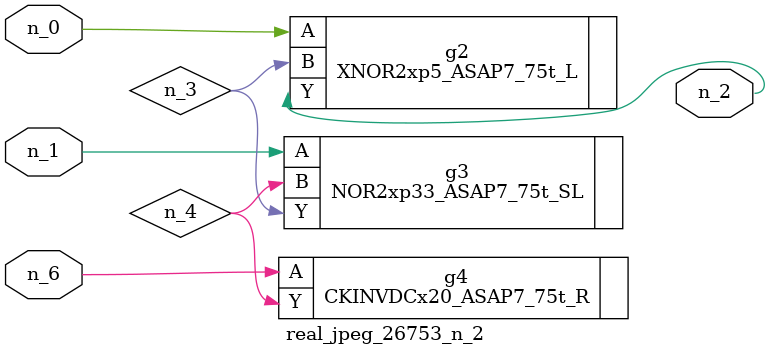
<source format=v>
module real_jpeg_26753_n_2 (n_6, n_1, n_0, n_2);

input n_6;
input n_1;
input n_0;

output n_2;

wire n_4;
wire n_3;

XNOR2xp5_ASAP7_75t_L g2 ( 
.A(n_0),
.B(n_3),
.Y(n_2)
);

NOR2xp33_ASAP7_75t_SL g3 ( 
.A(n_1),
.B(n_4),
.Y(n_3)
);

CKINVDCx20_ASAP7_75t_R g4 ( 
.A(n_6),
.Y(n_4)
);


endmodule
</source>
